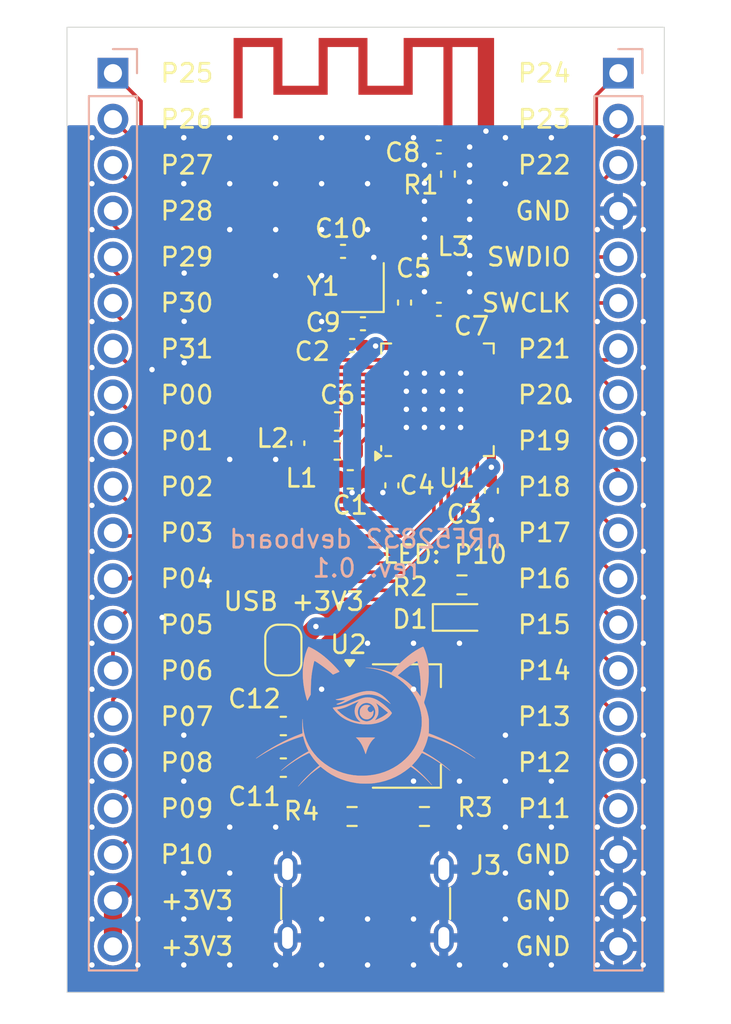
<source format=kicad_pcb>
(kicad_pcb (version 20240108) (generator "pcbnew") (generator_version "8.0")
  (title_block (title "nRF52832 development board") (date "2024-10-04") (rev "0.1") (company "Yuri Volkov"))
  (layers (0 "F.Cu" signal) (31 "B.Cu" signal) (34 "B.Paste" user) (35 "F.Paste" user) (36 "B.SilkS" user "B.Silkscreen") (37 "F.SilkS" user "F.Silkscreen") (38 "B.Mask" user) (39 "F.Mask" user) (44 "Edge.Cuts" user))
  (net 0 "")
  (net 1 "GND")
  (net 2 "/ANT")
  (net 3 "+3V3")
  (net 4 "Net-(U1-DEC1)")
  (net 5 "Net-(U1-DEC3)")
  (net 6 "Net-(U1-DEC4)")
  (net 7 "Net-(U1-ANT)")
  (net 8 "Net-(U1-XC2)")
  (net 9 "Net-(U1-XC1)")
  (net 10 "Net-(U2-VI)")
  (net 11 "Net-(D1-A)")
  (net 12 "/SWDIO")
  (net 13 "/SWCLK")
  (net 14 "Net-(J3-CC2)")
  (net 15 "Net-(J3-CC1)")
  (net 16 "Net-(JP1-A)")
  (net 17 "Net-(U1-DCC)")
  (net 18 "Net-(L1-Pad2)")
  (net 21 "/P16")
  (net 22 "/P20")
  (net 23 "/P18")
  (net 24 "/P14")
  (net 25 "/P21")
  (net 26 "/P17")
  (net 27 "/P19")
  (net 28 "/P22")
  (net 29 "/P23")
  (net 30 "/P15")
  (net 31 "/P24")
  (net 32 "/LED")
  (net 33 "/P31")
  (net 34 "/P03")
  (net 35 "/P26")
  (net 36 "/P05")
  (net 37 "/P30")
  (net 38 "/P02")
  (net 39 "/P04")
  (net 40 "/P29")
  (net 41 "/P07")
  (net 42 "/P00")
  (net 43 "/P12")
  (net 44 "/P11")
  (net 45 "/P28")
  (net 46 "/P06")
  (net 47 "/P08")
  (net 48 "/P09")
  (net 49 "/P01")
  (net 50 "/P27")
  (net 51 "/P25")
  (net 52 "/P13")
  (net 53 "Net-(AE1-A-Pad1)")
  (footprint "Connector_USB:USB_C_Receptacle_GCT_USB4125-xx-x_6P_TopMnt_Horizontal" (layer "F.Cu") (at 158.75 105.41)
    (property "Reference" "J3")
    (property "Value" "USB_C_Receptacle_PowerOnly_6P")
  )
  (footprint "LED_SMD:LED_0603_1608Metric_Pad1.05x0.95mm_HandSolder" (layer "F.Cu") (at 164.125 88.5)
    (property "Reference" "D1")
    (property "Value" "LED")
  )
  (footprint "Resistor_SMD:R_0603_1608Metric_Pad0.98x0.95mm_HandSolder" (layer "F.Cu") (at 162 99.5)
    (property "Reference" "R3")
    (property "Value" "5.1k")
  )
  (footprint "Capacitor_SMD:C_0402_1005Metric" (layer "F.Cu") (at 162.8 71.47 180)
    (property "Reference" "C7")
    (property "Value" "0.8p NP0 5%" (hide yes))
  )
  (footprint "Crystal:Crystal_SMD_2016-4Pin_2.0x1.6mm" (layer "F.Cu") (at 158.6 70.27 90)
    (property "Reference" "Y1")
    (property "Value" "32MHz 8pF 40ppm")
  )
  (footprint "Capacitor_SMD:C_0603_1608Metric_Pad1.08x0.95mm_HandSolder" (layer "F.Cu") (at 157.9 80.87 180)
    (property "Reference" "C1")
    (property "Value" "4.7u")
  )
  (footprint "Capacitor_SMD:C_0603_1608Metric_Pad1.08x0.95mm_HandSolder" (layer "F.Cu") (at 157.2 77.67 180)
    (property "Reference" "C6")
    (property "Value" "1.0u")
  )
  (footprint "Capacitor_SMD:C_0402_1005Metric_Pad0.74x0.62mm_HandSolder" (layer "F.Cu") (at 160.9 71.1 90)
    (property "Reference" "C5")
    (property "Value" "100p NP0 5%")
  )
  (footprint "Capacitor_SMD:C_0402_1005Metric_Pad0.74x0.62mm_HandSolder" (layer "F.Cu") (at 160.2 81.2 -90)
    (property "Reference" "C4")
    (property "Value" "0.1u")
  )
  (footprint "RF_Antenna:Texas_SWRA117D_2.4GHz_Left" (layer "F.Cu") (at 163.3 61.625)
    (property "Reference" "AE1" (hide yes))
    (property "Value" "SWRA117D_2.4GHz")
  )
  (footprint "Inductor_SMD:L_0603_1608Metric_Pad1.05x0.95mm_HandSolder" (layer "F.Cu") (at 157.2 79.27 180)
    (property "Reference" "L1")
    (property "Value" "10uH 50mA")
  )
  (footprint "Capacitor_SMD:C_0402_1005Metric" (layer "F.Cu") (at 162.8 62.5 180)
    (property "Reference" "C8")
    (property "Value" "NA")
  )
  (footprint "Capacitor_SMD:C_0402_1005Metric_Pad0.74x0.62mm_HandSolder" (layer "F.Cu") (at 158 73.47 180)
    (property "Reference" "C2")
    (property "Value" "0.1u")
  )
  (footprint "Resistor_SMD:R_0402_1005Metric" (layer "F.Cu") (at 163.3 64 90)
    (property "Reference" "R1")
    (property "Value" "0" (hide yes))
  )
  (footprint "Capacitor_SMD:C_0402_1005Metric_Pad0.74x0.62mm_HandSolder" (layer "F.Cu") (at 165.7 81.5 -90)
    (property "Reference" "C3")
    (property "Value" "0.1u")
  )
  (footprint "Package_DFN_QFN:QFN-48-1EP_6x6mm_P0.4mm_EP4.6x4.6mm" (layer "F.Cu") (at 162.72 76.47 90)
    (property "Reference" "U1")
    (property "Value" "nRF52832-QFAA")
  )
  (footprint "Capacitor_SMD:C_0603_1608Metric_Pad1.08x0.95mm_HandSolder" (layer "F.Cu") (at 154.2 96.8 180)
    (property "Reference" "C11")
    (property "Value" "10u")
  )
  (footprint "Jumper:SolderJumper-2_P1.3mm_Open_RoundedPad1.0x1.5mm" (layer "F.Cu") (at 154.2 90.3 90)
    (property "Reference" "JP1" (hide yes))
    (property "Value" "SolderJumper_2_Open")
  )
  (footprint "Inductor_SMD:L_0402_1005Metric" (layer "F.Cu") (at 163.3 69.87 90)
    (property "Reference" "L3")
    (property "Value" "3.9nH RF 5%" (hide yes))
  )
  (footprint "Resistor_SMD:R_0603_1608Metric_Pad0.98x0.95mm_HandSolder" (layer "F.Cu") (at 164.075 86.7)
    (property "Reference" "R2")
    (property "Value" "10k")
  )
  (footprint "Inductor_SMD:L_0402_1005Metric_Pad0.77x0.64mm_HandSolder" (layer "F.Cu") (at 155 78.87 90)
    (property "Reference" "L2")
    (property "Value" "15nH RF 10%")
  )
  (footprint "Capacitor_SMD:C_0402_1005Metric_Pad0.74x0.62mm_HandSolder" (layer "F.Cu") (at 158.6 72.27 180)
    (property "Reference" "C9")
    (property "Value" "12p")
  )
  (footprint "Resistor_SMD:R_0603_1608Metric_Pad0.98x0.95mm_HandSolder" (layer "F.Cu") (at 158 99.5)
    (property "Reference" "R4")
    (property "Value" "5.1k")
  )
  (footprint "Package_TO_SOT_SMD:SOT-223-3_TabPin2" (layer "F.Cu") (at 161 94.5)
    (property "Reference" "U2")
    (property "Value" "AMS1117-3.3")
  )
  (footprint "Capacitor_SMD:C_0603_1608Metric_Pad1.08x0.95mm_HandSolder" (layer "F.Cu") (at 154.2 94.5 180)
    (property "Reference" "C12")
    (property "Value" "10u")
  )
  (footprint "Capacitor_SMD:C_0402_1005Metric_Pad0.74x0.62mm_HandSolder" (layer "F.Cu") (at 157.5 68.27 180)
    (property "Reference" "C10")
    (property "Value" "12p 2%")
  )
  (footprint "project:stamp" (layer "B.Cu") (at 158.75 93.98 180)
    (property "Reference" "G1" (hide yes))
    (property "Value" "stamp" (hide yes))
  )
  (footprint "Connector_PinHeader_2.54mm:PinHeader_1x20_P2.54mm_Vertical" (layer "B.Cu") (at 172.72 58.42 180)
    (property "Reference" "J2" (hide yes))
    (property "Value" "Conn_01x20_Pin")
  )
  (footprint "Connector_PinHeader_2.54mm:PinHeader_1x20_P2.54mm_Vertical" (layer "B.Cu") (at 144.78 58.42 180)
    (property "Reference" "J1" (hide yes))
    (property "Value" "Conn_01x20_Pin")
  )
  (gr_rect (start 142.24 55.88) (end 175.26 109.22) (stroke (width 0.05)) (fill none) (layer "Edge.Cuts"))
  (gr_text "nRF52832 devboard\nrev. 0.1" (at 158.75 86.36 0) (layer "B.SilkS") (effects (font (size 1 1)) (justify bottom mirror)))
  (gr_text "P02" (at 147.32 81.28 0) (layer "F.SilkS") (effects (font (size 1 1)) (justify left)))
  (gr_text "P10" (at 147.32 101.6 0) (layer "F.SilkS") (effects (font (size 1 1)) (justify left)))
  (gr_text "P07" (at 147.32 93.98 0) (layer "F.SilkS") (effects (font (size 1 1)) (justify left)))
  (gr_text "P08" (at 147.32 96.52 0) (layer "F.SilkS") (effects (font (size 1 1)) (justify left)))
  (gr_text "+3V3" (at 147.32 106.68 0) (layer "F.SilkS") (effects (font (size 1 1)) (justify left)))
  (gr_text "P09" (at 147.32 99.06 0) (layer "F.SilkS") (effects (font (size 1 1)) (justify left)))
  (gr_text "P30" (at 147.32 71.12 0) (layer "F.SilkS") (effects (font (size 1 1)) (justify left)))
  (gr_text "P29" (at 147.32 68.582085 0) (layer "F.SilkS") (effects (font (size 1 1)) (justify left)))
  (gr_text "USB +3V3" (at 150.8 88.2 0) (layer "F.SilkS") (effects (font (size 1 1)) (justify left bottom)))
  (gr_text "LED: P10" (at 159.6 85.6 0) (layer "F.SilkS") (effects (font (size 1 1)) (justify left bottom)))
  (gr_text "P23" (at 170.18 60.96 0) (layer "F.SilkS") (effects (font (size 1 1)) (justify right)))
  (gr_text "P20" (at 170.18 76.2 0) (layer "F.SilkS") (effects (font (size 1 1)) (justify right)))
  (gr_text "P12" (at 170.18 96.52 0) (layer "F.SilkS") (effects (font (size 1 1)) (justify right)))
  (gr_text "P16" (at 170.18 86.36 0) (layer "F.SilkS") (effects (font (size 1 1)) (justify right)))
  (gr_text "P21" (at 170.18 73.66 0) (layer "F.SilkS") (effects (font (size 1 1)) (justify right)))
  (gr_text "P25" (at 147.32 58.42 0) (layer "F.SilkS") (effects (font (size 1 1)) (justify left)))
  (gr_text "+3V3" (at 147.32 104.14 0) (layer "F.SilkS") (effects (font (size 1 1)) (justify left)))
  (gr_text "P04" (at 147.32 86.36 0) (layer "F.SilkS") (effects (font (size 1 1)) (justify left)))
  (gr_text "P22" (at 170.18 63.5 0) (layer "F.SilkS") (effects (font (size 1 1)) (justify right)))
  (gr_text "P01" (at 147.32 78.74 0) (layer "F.SilkS") (effects (font (size 1 1)) (justify left)))
  (gr_text "GND" (at 170.18 66.04 0) (layer "F.SilkS") (effects (font (size 1 1)) (justify right)))
  (gr_text "P13" (at 170.18 93.98 0) (layer "F.SilkS") (effects (font (size 1 1)) (justify right)))
  (gr_text "P03" (at 147.32 83.82 0) (layer "F.SilkS") (effects (font (size 1 1)) (justify left)))
  (gr_text "P00" (at 147.32 76.2 0) (layer "F.SilkS") (effects (font (size 1 1)) (justify left)))
  (gr_text "GND" (at 170.18 101.6 0) (layer "F.SilkS") (effects (font (size 1 1)) (justify right)))
  (gr_text "GND" (at 170.18 104.14 0) (layer "F.SilkS") (effects (font (size 1 1)) (justify right)))
  (gr_text "P24" (at 170.18 58.42 0) (layer "F.SilkS") (effects (font (size 1 1)) (justify right)))
  (gr_text "P15" (at 170.18 88.9 0) (layer "F.SilkS") (effects (font (size 1 1)) (justify right)))
  (gr_text "SWCLK" (at 170.18 71.12 0) (layer "F.SilkS") (effects (font (size 1 1)) (justify right)))
  (gr_text "P31" (at 147.32 73.66 0) (layer "F.SilkS") (effects (font (size 1 1)) (justify left)))
  (gr_text "P17" (at 170.18 83.82 0) (layer "F.SilkS") (effects (font (size 1 1)) (justify right)))
  (gr_text "P05" (at 147.32 88.9 0) (layer "F.SilkS") (effects (font (size 1 1)) (justify left)))
  (gr_text "P27" (at 147.32 63.5 0) (layer "F.SilkS") (effects (font (size 1 1)) (justify left)))
  (gr_text "P28" (at 147.32 66.04 0) (layer "F.SilkS") (effects (font (size 1 1)) (justify left)))
  (gr_text "P11" (at 170.18 99.06 0) (layer "F.SilkS") (effects (font (size 1 1)) (justify right)))
  (gr_text "P26" (at 147.32 60.96 0) (layer "F.SilkS") (effects (font (size 1 1)) (justify left)))
  (gr_text "GND" (at 170.18 106.68 0) (layer "F.SilkS") (effects (font (size 1 1)) (justify right)))
  (gr_text "P06" (at 147.32 91.44 0) (layer "F.SilkS") (effects (font (size 1 1)) (justify left)))
  (gr_text "P19" (at 170.18 78.74 0) (layer "F.SilkS") (effects (font (size 1 1)) (justify right)))
  (gr_text "P14" (at 170.18 91.44 0) (layer "F.SilkS") (effects (font (size 1 1)) (justify right)))
  (gr_text "P18" (at 170.18 81.28 0) (layer "F.SilkS") (effects (font (size 1 1)) (justify right)))
  (gr_text "SWDIO" (at 170.18 68.58 0) (layer "F.SilkS") (effects (font (size 1 1)) (justify right)))
  (segment (start 162.52 73.52) (end 162.52 71.67) (width 0.2) (layer "F.Cu") (net 1))
  (segment (start 160.2 81.7675) (end 160.2 81.8) (width 0.5) (layer "F.Cu") (net 1))
  (segment (start 157.492702 70.97) (end 156.315952 72.14675) (width 0.5) (layer "F.Cu") (net 1))
  (segment (start 159.77 77.47) (end 161.53 77.47) (width 0.2) (layer "F.Cu") (net 1))
  (segment (start 162.52 71.67) (end 162.32 71.47) (width 0.2) (layer "F.Cu") (net 1))
  (segment (start 165.7 83.1) (end 165.7 82.0675) (width 0.5) (layer "F.Cu") (net 1))
  (segment (start 159.7 81.6) (end 160.0325 81.6) (width 0.5) (layer "F.Cu") (net 1))
  (segment (start 161.53 77.47) (end 162 77) (width 0.2) (layer "F.Cu") (net 1))
  (segment (start 160.0325 81.6) (end 160.2 81.7675) (width 0.5) (layer "F.Cu") (net 1))
  (segment (start 159.2 69.52) (end 159.15 69.57) (width 0.5) (layer "F.Cu") (net 1))
  (segment (start 158.05 70.97) (end 157.492702 70.97) (width 0.5) (layer "F.Cu") (net 1))
  (segment (start 159.2 68.6) (end 159.2 69.52) (width 0.5) (layer "F.Cu") (net 1))
  (via (at 143.615952 67.06675) (size 0.6) (drill 0.3) (layers "F.Cu" "B.Cu") (net 1))
  (via (at 148.717 74.422) (size 0.6) (drill 0.3) (layers "F.Cu" "B.Cu") (net 1))
  (via (at 174.095952 100.08675) (size 0.6) (drill 0.3) (layers "F.Cu" "B.Cu") (net 1))
  (via (at 171.555952 69.60675) (size 0.6) (drill 0.3) (layers "F.Cu" "B.Cu") (net 1))
  (via (at 163.935952 89.92675) (size 0.6) (drill 0.3) (layers "F.Cu" "B.Cu") (net 1))
  (via (at 164.5 62.5) (size 0.6) (drill 0.3) (layers "F.Cu" "B.Cu") (net 1))
  (via (at 169.015952 100.08675) (size 0.6) (drill 0.3) (layers "F.Cu" "B.Cu") (net 1))
  (via (at 158.855952 64.52675) (size 0.6) (drill 0.3) (layers "F.Cu" "B.Cu") (net 1))
  (via (at 143.615952 69.60675) (size 0.6) (drill 0.3) (layers "F.Cu" "B.Cu") (net 1))
  (via (at 153.775952 107.70675) (size 0.6) (drill 0.3) (layers "F.Cu" "B.Cu") (net 1))
  (via (at 174.095952 67.06675) (size 0.6) (drill 0.3) (layers "F.Cu" "B.Cu") (net 1))
  (via (at 161 76) (size 0.6) (drill 0.3) (layers "F.Cu" "B.Cu") (net 1))
  (via (at 153.775952 79.76675) (size 0.6) (drill 0.3) (layers "F.Cu" "B.Cu") (net 1))
  (via (at 169.015952 105.16675) (size 0.6) (drill 0.3) (layers "F.Cu" "B.Cu") (net 1))
  (via (at 163 76) (size 0.6) (drill 0.3) (layers "F.Cu" "B.Cu") (net 1))
  (via (at 158.855952 105.16675) (size 0.6) (drill 0.3) (layers "F.Cu" "B.Cu") (net 1))
  (via (at 143.615952 64.52675) (size 0.6) (drill 0.3) (layers "F.Cu" "B.Cu") (net 1))
  (via (at 162 64.5) (size 0.6) (drill 0.3) (layers "F.Cu" "B.Cu") (net 1))
  (via (at 143.615952 89.92675) (size 0.6) (drill 0.3) (layers "F.Cu" "B.Cu") (net 1))
  (via (at 148.695952 97.54675) (size 0.6) (drill 0.3) (layers "F.Cu" "B.Cu") (net 1))
  (via (at 174.095952 84.84675) (size 0.6) (drill 0.3) (layers "F.Cu" "B.Cu") (net 1))
  (via (at 165.7 83.1) (size 0.6) (drill 0.3) (layers "F.Cu" "B.Cu") (net 1))
  (via (at 162 69.5) (size 0.6) (drill 0.3) (layers "F.Cu" "B.Cu") (net 1))
  (via (at 146.155952 107.70675) (size 0.6) (drill 0.3) (layers "F.Cu" "B.Cu") (net 1))
  (via (at 162 63.5) (size 0.6) (drill 0.3) (layers "F.Cu" "B.Cu") (net 1))
  (via (at 169.015952 61.98675) (size 0.6) (drill 0.3) (layers "F.Cu" "B.Cu") (net 1))
  (via (at 161 77) (size 0.6) (drill 0.3) (layers "F.Cu" "B.Cu") (net 1))
  (via (at 162 75) (size 0.6) (drill 0.3) (layers "F.Cu" "B.Cu") (net 1))
  (via (at 162 66.5) (size 0.6) (drill 0.3) (layers "F.Cu" "B.Cu") (net 1))
  (via (at 151.235952 61.98675) (size 0.6) (drill 0.3) (layers "F.Cu" "B.Cu") (net 1))
  (via (at 158.855952 89.92675) (size 0.6) (drill 0.3) (layers "F.Cu" "B.Cu") (net 1))
  (via (at 164 77) (size 0.6) (drill 0.3) (layers "F.Cu" "B.Cu") (net 1))
  (via (at 159.7 81.6) (size 0.6) (drill 0.3) (layers "F.Cu" "B.Cu") (net 1))
  (via (at 158.855952 67.06675) (size 0.6) (drill 0.3) (layers "F.Cu" "B.Cu") (net 1))
  (via (at 174.095952 77.22675) (size 0.6) (drill 0.3) (layers "F.Cu" "B.Cu") (net 1))
  (via (at 166.475952 102.62675) (size 0.6) (drill 0.3) (layers "F.Cu" "B.Cu") (net 1))
  (via (at 143.615952 74.68675) (size 0.6) (drill 0.3) (layers "F.Cu" "B.Cu") (net 1))
  (via (at 156.315952 69.60675) (size 0.6) (drill 0.3) (layers "F.Cu" "B.Cu") (net 1))
  (via (at 174.095952 72.14675) (size 0.6) (drill 0.3) (layers "F.Cu" "B.Cu") (net 1))
  (via (at 151.235952 102.62675) (size 0.6) (drill 0.3) (layers "F.Cu" "B.Cu") (net 1))
  (via (at 162 68.5) (size 0.6) (drill 0.3) (layers "F.Cu" "B.Cu") (net 1))
  (via (at 151.235952 100.08675) (size 0.6) (drill 0.3) (layers "F.Cu" "B.Cu") (net 1))
  (via (at 148.717 69.469) (size 0.6) (drill 0.3) (layers "F.Cu" "B.Cu") (net 1))
  (via (at 164.5 70.5) (size 0.6) (drill 0.3) (layers "F.Cu" "B.Cu") (net 1))
  (via (at 166.475952 105.16675) (size 0.6) (drill 0.3) (layers "F.Cu" "B.Cu") (net 1))
  (via (at 174.095952 89.92675) (size 0.6) (drill 0.3) (layers "F.Cu" "B.Cu") (net 1))
  (via (at 164 75) (size 0.6) (drill 0.3) (layers "F.Cu" "B.Cu") (net 1))
  (via (at 164 76) (size 0.6) (drill 0.3) (layers "F.Cu" "B.Cu") (net 1))
  (via (at 156.315952 61.98675) (size 0.6) (drill 0.3) (layers "F.Cu" "B.Cu") (net 1))
  (via (at 163.935952 100.08675) (size 0.6) (drill 0.3) (layers "F.Cu" "B.Cu") (net 1))
  (via (at 153.775952 64.52675) (size 0.6) (drill 0.3) (layers "F.Cu" "B.Cu") (net 1))
  (via (at 164.490471 64.434433) (size 0.6) (drill 0.3) (layers "F.Cu" "B.Cu") (net 1))
  (via (at 162 77) (size 0.6) (drill 0.3) (layers "F.Cu" "B.Cu") (net 1))
  (via (at 170 76.5) (size 0.6) (drill 0.3) (layers "F.Cu" "B.Cu") (net 1))
  (via (at 156.315952 64.52675) (size 0.6) (drill 0.3) (layers "F.Cu" "B.Cu") (net 1))
  (via (at 164 78) (size 0.6) (drill 0.3) (layers "F.Cu" "B.Cu") (net 1))
  (via (at 161 78) (size 0.6) (drill 0.3) (layers "F.Cu" "B.Cu") (net 1))
  (via (at 164.5 66.5) (size 0.6) (drill 0.3) (layers "F.Cu" "B.Cu") (net 1))
  (via (at 148.695952 107.70675) (size 0.6) (drill 0.3) (layers "F.Cu" "B.Cu") (net 1))
  (via (at 143.615952 100.08675) (size 0.6) (drill 0.3) (layers "F.Cu" "B.Cu") (net 1))
  (via (at 143.615952 87.38675) (size 0.6) (drill 0.3) (layers "F.Cu" "B.Cu") (net 1))
  (via (at 169.015952 97.54675) (size 0.6) (drill 0.3) (layers "F.Cu" "B.Cu") (net 1))
  (via (at 174.095952 82.30675) (size 0.6) (drill 0.3) (layers "F.Cu" "B.Cu") (net 1))
  (via (at 150 86.5) (size 0.6) (drill 0.3) (layers "F.Cu" "B.Cu") (net 1))
  (via (at 148.695952 102.62675) (size 0.6) (drill 0.3) (layers "F.Cu" "B.Cu") (net 1))
  (via (at 174.095952 87.38675) (size 0.6) (drill 0.3) (layers "F.Cu" "B.Cu") (net 1))
  (via (at 174.095952 97.54675) (size 0.6) (drill 0.3) (layers "F.Cu" "B.Cu") (net 1))
  (via (at 164.5 68.5) (size 0.6) (drill 0.3) (layers "F.Cu" "B.Cu") (net 1))
  (via (at 151.235952 107.70675) (size 0.6) (drill 0.3) (layers "F.Cu" "B.Cu") (net 1))
  (via (at 171.555952 67.06675) (size 0.6) (drill 0.3) (layers "F.Cu" "B.Cu") (net 1))
  (via (at 174.095952 105.16675) (size 0.6) (drill 0.3) (layers "F.Cu" "B.Cu") (net 1))
  (via (at 163.935952 97.54675) (size 0.6) (drill 0.3) (layers "F.Cu" "B.Cu") (net 1))
  (via (at 174.095952 107.70675) (size 0.6) (drill 0.3) (layers "F.Cu" "B.Cu") (net 1))
  (via (at 163 78) (size 0.6) (drill 0.3) (layers "F.Cu" "B.Cu") (net 1))
  (via (at 162 78) (size 0.6) (drill 0.3) (layers "F.Cu" "B.Cu") (net 1))
  (via (at 156.315952 107.70675) (size 0.6) (drill 0.3) (layers "F.Cu" "B.Cu") (net 1))
  (via (at 151.235952 79.76675) (size 0.6) (drill 0.3) (layers "F.Cu" "B.Cu") (net 1))
  (via (at 161.395952 92.46675) (size 0.6) (drill 0.3) (layers "F.Cu" "B.Cu") (net 1))
  (via (at 163 75) (size 0.6) (drill 0.3) (layers "F.Cu" "B.Cu") (net 1))
  (via (at 174.095952 102.62675) (size 0.6) (drill 0.3) (layers "F.Cu" "B.Cu") (net 1))
  (via (at 161.395952 61.98675) (size 0.6) (drill 0.3) (layers "F.Cu" "B.Cu") (net 1))
  (via (at 174.095952 69.60675) (size 0.6) (drill 0.3) (layers "F.Cu" "B.Cu") (net 1))
  (via (at 143.615952 61.98675) (size 0.6) (drill 0.3) (layers "F.Cu" "B.Cu") (net 1))
  (via (at 171.555952 105.16675) (size 0.6) (drill 0.3) (layers "F.Cu" "B.Cu") (net 1))
  (via (at 174.095952 79.76675) (size 0.6) (drill 0.3) (layers "F.Cu" "B.Cu") (net 1))
  (via (at 156.315952 72.14675) (size 0.6) (drill 0.3) (layers "F.Cu" "B.Cu") (net 1))
  (via (at 143.615952 95.00675) (size 0.6) (drill 0.3) (layers "F.Cu" "B.Cu") (net 1))
  (via (at 148.717 72.136) (size 0.6) (drill 0.3) (layers "F.Cu" "B.Cu") (net 1))
  (via (at 166.475952 97.54675) (size 0.6) (drill 0.3) (layers "F.Cu" "B.Cu") (net 1))
  (via (at 143.615952 72.14675) (size 0.6) (drill 0.3) (layers "F.Cu" "B.Cu") (net 1))
  (via (at 166.475952 95.00675) (size 0.6) (drill 0.3) (layers "F.Cu" "B.Cu") (net 1))
  (via (at 161.395952 105.16675) (size 0.6) (drill 0.3) (layers "F.Cu" "B.Cu") (net 1))
  (via (at 166.475952 64.52675) (size 0.6) (drill 0.3) (layers "F.Cu" "B.Cu") (net 1))
  (via (at 164.5 69.5) (size 0.6) (drill 0.3) (layers "F.Cu" "B.Cu") (net 1))
  (via (at 174.095952 61.98675) (size 0.6) (drill 0.3) (layers "F.Cu" "B.Cu") (net 1))
  (via (at 151.235952 64.52675) (size 0.6) (drill 0.3) (layers "F.Cu" "B.Cu") (net 1))
  (via (at 148.695952 64.52675) (size 0.6) (drill 0.3) (layers "F.Cu" "B.Cu") (net 1))
  (via (at 171.555952 102.62675) (size 0.6) (drill 0.3) (layers "F.Cu" "B.Cu") (net 1))
  (via (at 159.2 68.6) (size 0.6) (drill 0.3) (layers "F.Cu" "B.Cu") (net 1))
  (via (at 147.5 88.5) (size 0.6) (drill 0.3) (layers "F.Cu" "B.Cu") (net 1))
  (via (at 161 75) (size 0.6) (drill 0.3) (layers "F.Cu" "B.Cu") (net 1))
  (via (at 143.615952 97.54675) (size 0.6) (drill 0.3) (layers "F.Cu" "B.Cu") (net 1))
  (via (at 169.015952 107.70675) (size 0.6) (drill 0.3) (layers "F.Cu" "B.Cu") (net 1))
  (via (at 148.695952 105.16675) (size 0.6) (drill 0.3) (layers "F.Cu" "B.Cu") (net 1))
  (via (at 174.095952 64.52675) (size 0.6) (drill 0.3) (layers "F.Cu" "B.Cu") (net 1))
  (via (at 174.095952 74.68675) (size 0.6) (drill 0.3) (layers "F.Cu" "B.Cu") (net 1))
  (via (at 146.939 74.803) (size 0.6) (drill 0.3) (layers "F.Cu" "B.Cu") (net 1))
  (via (at 162 67.5) (size 0.6) (drill 0.3) (layers "F.Cu" "B.Cu") (net 1))
  (via (at 163 77) (size 0.6) (drill 0.3) (layers "F.Cu" "B.Cu") (net 1))
  (via (at 161.395952 107.70675) (size 0.6) (drill 0.3) (layers "F.Cu" "B.Cu") (net 1))
  (via (at 156.315952 67.06675) (size 0.6) (drill 0.3) (layers "F.Cu" "B.Cu") (net 1))
  (via (at 171.555952 72.14675) (size 0.6) (drill 0.3) (layers "F.Cu" "B.Cu") (net 1))
  (via (at 143.615952 82.30675) (size 0.6) (drill 0.3) (layers "F.Cu" "B.Cu") (net 1))
  (via (at 143.615952 92.46675) (size 0.6) (drill 0.3) (layers "F.Cu" "B.Cu") (net 1))
  (via (at 166.475952 61.98675) (size 0.6) (drill 0.3) (layers "F.Cu" "B.Cu") (net 1))
  (via (at 153.775952 67.06675) (size 0.6) (drill 0.3) (layers "F.Cu" "B.Cu") (net 1))
  (via (at 148.695952 95.00675) (size 0.6) (drill 0.3) (layers "F.Cu" "B.Cu") (net 1))
  (via (at 162 76) (size 0.6) (drill 0.3) (layers "F.Cu" "B.Cu") (net 1))
  (via (at 164.5 63.5) (size 0.6) (drill 0.3) (layers "F.Cu" "B.Cu") (net 1))
  (via (at 171.555952 100.08675) (size 0.6) (drill 0.3) (layers "F.Cu" "B.Cu") (net 1))
  (via (at 153.775952 69.60675) (size 0.6) (drill 0.3) (layers "F.Cu" "B.Cu") (net 1))
  (via (at 148.695952 61.98675) (size 0.6) (drill 0.3) (layers "F.Cu" "B.Cu") (net 1))
  (via (at 158.855952 107.70675) (size 0.6) (drill 0.3) (layers "F.Cu" "B.Cu") (net 1))
  (via (at 153.775952 100.08675) (size 0.6) (drill 0.3) (layers "F.Cu" "B.Cu") (net 1))
  (via (at 143.615952 107.70675) (size 0.6) (drill 0.3) (layers "F.Cu" "B.Cu") (net 1))
  (via (at 162 70.5) (size 0.6) (drill 0.3) (layers "F.Cu" "B.Cu") (net 1))
  (via (at 143.615952 77.22675) (size 0.6) (drill 0.3) (layers "F.Cu" "B.Cu") (net 1))
  (via (at 161.395952 97.54675) (size 0.6) (drill 0.3) (layers "F.Cu" "B.Cu") (net 1))
  (via (at 156.315952 92.46675) (size 0.6) (drill 0.3) (layers "F.Cu" "B.Cu") (net 1))
  (via (at 158.855952 61.98675) (size 0.6) (drill 0.3) (layers "F.Cu" "B.Cu") (net 1))
  (via (at 156.315952 105.16675) (size 0.6) (drill 0.3) (layers "F.Cu" "B.Cu") (net 1))
  (via (at 162 65.5) (size 0.6) (drill 0.3) (layers "F.Cu" "B.Cu") (net 1))
  (via (at 143.615952 84.84675) (size 0.6) (drill 0.3) (layers "F.Cu" "B.Cu") (net 1))
  (via (at 163.935952 107.70675) (size 0.6) (drill 0.3) (layers "F.Cu" "B.Cu") (net 1))
  (via (at 174.095952 95.00675) (size 0.6) (drill 0.3) (layers "F.Cu" "B.Cu") (net 1))
  (via (at 174.095952 92.46675) (size 0.6) (drill 0.3) (layers "F.Cu" "B.Cu") (net 1))
  (via (at 151.235952 105.16675) (size 0.6) (drill 0.3) (layers "F.Cu" "B.Cu") (net 1))
  (via (at 164.5 65.5) (size 0.6) (drill 0.3) (layers "F.Cu" "B.Cu") (net 1))
  (via (at 151.235952 67.06675) (size 0.6) (drill 0.3) (layers "F.Cu" "B.Cu") (net 1))
  (via (at 161.395952 89.92675) (size 0.6) (drill 0.3) (layers "F.Cu" "B.Cu") (net 1))
  (via (at 143.615952 79.76675) (size 0.6) (drill 0.3) (layers "F.Cu" "B.Cu") (net 1))
  (via (at 153.775952 61.98675) (size 0.6) (drill 0.3) (layers "F.Cu" "B.Cu") (net 1))
  (via (at 166.475952 100.08675) (size 0.6) (drill 0.3) (layers "F.Cu" "B.Cu") (net 1))
  (via (at 143.615952 102.62675) (size 0.6) (drill 0.3) (layers "F.Cu" "B.Cu") (net 1))
  (via (at 146.155952 105.16675) (size 0.6) (drill 0.3) (layers "F.Cu" "B.Cu") (net 1))
  (via (at 164.5 67.5) (size 0.6) (drill 0.3) (layers "F.Cu" "B.Cu") (net 1))
  (via (at 171.555952 107.70675) (size 0.6) (drill 0.3) (layers "F.Cu" "B.Cu") (net 1))
  (via (at 169.015952 102.62675) (size 0.6) (drill 0.3) (layers "F.Cu" "B.Cu") (net 1))
  (via (at 166.475952 107.70675) (size 0.6) (drill 0.3) (layers "F.Cu" "B.Cu") (net 1))
  (via (at 143.615952 105.16675) (size 0.6) (drill 0.3) (layers "F.Cu" "B.Cu") (net 1))
  (segment (start 163.3 64.51) (end 163.3 69.36) (width 1) (layer "F.Cu") (net 2))
  (segment (start 158.73 80.87) (end 158 81.6) (width 0.5) (layer "F.Cu") (net 3))
  (segment (start 159.27 73.47) (end 159.3 73.5) (width 0.5) (layer "F.Cu") (net 3))
  (segment (start 153.252977 89.65) (end 150.3 92.602977) (width 1) (layer "F.Cu") (net 3))
  (segment (start 155.35 89.65) (end 156 89) (width 1) (layer "F.Cu") (net 3))
  (segment (start 159.33 73.47) (end 160.32 73.47) (width 0.5) (layer "F.Cu") (net 3))
  (segment (start 158.5675 73.47) (end 159.27 73.47) (width 0.5) (layer "F.Cu") (net 3))
  (segment (start 165.7 80.9325) (end 165.7 80.2) (width 0.5) (layer "F.Cu") (net 3))
  (segment (start 158.7625 80.87) (end 158.7625 80.395) (width 0.5) (layer "F.Cu") (net 3))
  (segment (start 154.2 89.65) (end 155.35 89.65) (width 1) (layer "F.Cu") (net 3))
  (segment (start 158.7625 80.87) (end 158.73 80.87) (width 0.5) (layer "F.Cu") (net 3))
  (segment (start 159.77 79.3875) (end 159.77 78.82) (width 0.5) (layer "F.Cu") (net 3))
  (segment (start 160.32 73.47) (end 160.37 73.52) (width 0.5) (layer "F.Cu") (net 3))
  (segment (start 159.3 73.5) (end 159.33 73.47) (width 0.5) (layer "F.Cu") (net 3))
  (segment (start 150.3 98.62) (end 144.78 104.14) (width 1) (layer "F.Cu") (net 3))
  (segment (start 144.78 104.14) (end 144.78 106.68) (width 1) (layer "F.Cu") (net 3))
  (segment (start 158.7625 80.395) (end 159.77 79.3875) (width 0.5) (layer "F.Cu") (net 3))
  (segment (start 165.7 78.85) (end 165.67 78.82) (width 0.5) (layer "F.Cu") (net 3))
  (segment (start 150.3 92.602977) (end 150.3 98.62) (width 1) (layer "F.Cu") (net 3))
  (segment (start 165.7 80.2) (end 165.7 78.85) (width 0.5) (layer "F.Cu") (net 3))
  (segment (start 154.2 89.65) (end 153.252977 89.65) (width 1) (layer "F.Cu") (net 3))
  (via (at 159.3 73.5) (size 0.6) (drill 0.3) (layers "F.Cu" "B.Cu") (net 3))
  (via (at 156 89) (size 0.6) (drill 0.3) (layers "F.Cu" "B.Cu") (net 3))
  (via (at 165.7 80.2) (size 0.6) (drill 0.3) (layers "F.Cu" "B.Cu") (net 3))
  (via (at 158 81.6) (size 0.6) (drill 0.3) (layers "F.Cu" "B.Cu") (net 3))
  (segment (start 158 81.6) (end 158 82.214214) (width 1) (layer "B.Cu") (net 3))
  (segment (start 160.835786 85.05) (end 160.85 85.05) (width 1) (layer "B.Cu") (net 3))
  (segment (start 158 81.6) (end 158 74.8) (width 1) (layer "B.Cu") (net 3))
  (segment (start 156.9 89) (end 160.85 85.05) (width 1) (layer "B.Cu") (net 3))
  (segment (start 156 89) (end 156.9 89) (width 1) (layer "B.Cu") (net 3))
  (segment (start 158 82.214214) (end 160.835786 85.05) (width 1) (layer "B.Cu") (net 3))
  (segment (start 160.85 85.05) (end 165.7 80.2) (width 1) (layer "B.Cu") (net 3))
  (segment (start 158 74.8) (end 159.3 73.5) (width 1) (layer "B.Cu") (net 3))
  (segment (start 160.52 79.42) (end 160.52 80.3125) (width 0.2) (layer "F.Cu") (net 4))
  (segment (start 160.52 80.3125) (end 160.2 80.6325) (width 0.2) (layer "F.Cu") (net 4))
  (segment (start 161.72 73.52) (end 161.72 72.4875) (width 0.2) (layer "F.Cu") (net 5))
  (segment (start 161.72 72.4875) (end 160.9 71.6675) (width 0.2) (layer "F.Cu") (net 5))
  (segment (start 158.2625 77.87) (end 158.0625 77.67) (width 0.2) (layer "F.Cu") (net 6))
  (segment (start 155 78.2975) (end 155.1475 78.445) (width 0.2) (layer "F.Cu") (net 6))
  (segment (start 159.77 77.87) (end 158.2625 77.87) (width 0.2) (layer "F.Cu") (net 6))
  (segment (start 155.1475 78.445) (end 157.2875 78.445) (width 0.2) (layer "F.Cu") (net 6))
  (segment (start 157.2875 78.445) (end 158.0625 77.67) (width 0.2) (layer "F.Cu") (net 6))
  (segment (start 163.3 71.45) (end 163.28 71.47) (width 0.5) (layer "F.Cu") (net 7))
  (segment (start 162.92 71.83) (end 163.28 71.47) (width 0.2) (layer "F.Cu") (net 7))
  (segment (start 163.3 70.355) (end 163.3 71.45) (width 0.5) (layer "F.Cu") (net 7))
  (segment (start 162.92 73.52) (end 162.92 71.83) (width 0.2) (layer "F.Cu") (net 7))
  (segment (start 159.15 72.2525) (end 159.1675 72.27) (width 0.5) (layer "F.Cu") (net 8))
  (segment (start 160.92 73.02364) (end 160.92 73.52) (width 0.2) (layer "F.Cu") (net 8))
  (segment (start 159.7175 72.82) (end 160.71636 72.82) (width 0.2) (layer "F.Cu") (net 8))
  (segment (start 160.71636 72.82) (end 160.92 73.02364) (width 0.2) (layer "F.Cu") (net 8))
  (segment (start 159.1675 72.27) (end 159.7175 72.82) (width 0.2) (layer "F.Cu") (net 8))
  (segment (start 159.15 70.97) (end 159.15 72.2525) (width 0.5) (layer "F.Cu") (net 8))
  (segment (start 161.32 73.52) (end 161.32 72.857954) (width 0.2) (layer "F.Cu") (net 9))
  (segment (start 160.2 72.4) (end 159.85 72.05) (width 0.2) (layer "F.Cu") (net 9))
  (segment (start 159.85 68.401471) (end 159.448529 68) (width 0.2) (layer "F.Cu") (net 9))
  (segment (start 159.85 72.05) (end 159.85 68.401471) (width 0.2) (layer "F.Cu") (net 9))
  (segment (start 158.05 68.2875) (end 158.0675 68.27) (width 0.5) (layer "F.Cu") (net 9))
  (segment (start 159.448529 68) (end 158.3375 68) (width 0.2) (layer "F.Cu") (net 9))
  (segment (start 158.05 69.57) (end 158.05 68.2875) (width 0.5) (layer "F.Cu") (net 9))
  (segment (start 158.0675 69.5525) (end 158.05 69.57) (width 0.5) (layer "F.Cu") (net 9))
  (segment (start 160.862046 72.4) (end 160.2 72.4) (width 0.2) (layer "F.Cu") (net 9))
  (segment (start 158.3375 68) (end 158.0675 68.27) (width 0.2) (layer "F.Cu") (net 9))
  (segment (start 161.32 72.857954) (end 160.862046 72.4) (width 0.2) (layer "F.Cu") (net 9))
  (segment (start 155.0625 99.3625) (end 157.2 101.5) (width 1) (layer "F.Cu") (net 10))
  (segment (start 157.7525 103.5) (end 157.23 102.9775) (width 0.5) (layer "F.Cu") (net 10))
  (segment (start 155.0625 96.8) (end 155.0625 99.3625) (width 1) (layer "F.Cu") (net 10))
  (segment (start 157.85 96.8) (end 155.0625 96.8) (width 1) (layer "F.Cu") (net 10))
  (segment (start 157.23 102.9775) (end 157.23 102.3775) (width 0.5) (layer "F.Cu") (net 10))
  (segment (start 160.27 102.3775) (end 160.27 102.9775) (width 0.5) (layer "F.Cu") (net 10))
  (segment (start 157.2 101.5) (end 157.2 102.3775) (width 1) (layer "F.Cu") (net 10))
  (segment (start 160.27 102.9775) (end 159.7475 103.5) (width 0.5) (layer "F.Cu") (net 10))
  (segment (start 159.7475 103.5) (end 157.7525 103.5) (width 0.5) (layer "F.Cu") (net 10))
  (segment (start 164.9875 86.7) (end 164.9875 88.4875) (width 0.2) (layer "F.Cu") (net 11))
  (segment (start 164.9875 88.4875) (end 165 88.5) (width 0.2) (layer "F.Cu") (net 11))
  (segment (start 164.72364 72.82) (end 166.78 72.82) (width 0.2) (layer "F.Cu") (net 12))
  (segment (start 164.52 73.52) (end 164.52 73.02364) (width 0.2) (layer "F.Cu") (net 12))
  (segment (start 171.02 68.58) (end 172.72 68.58) (width 0.2) (layer "F.Cu") (net 12))
  (segment (start 166.78 72.82) (end 171.02 68.58) (width 0.2) (layer "F.Cu") (net 12))
  (segment (start 164.52 73.02364) (end 164.72364 72.82) (width 0.2) (layer "F.Cu") (net 12))
  (segment (start 168.28 73.52) (end 170.68 71.12) (width 0.2) (layer "F.Cu") (net 13))
  (segment (start 170.68 71.12) (end 172.72 71.12) (width 0.2) (layer "F.Cu") (net 13))
  (segment (start 164.92 73.52) (end 168.28 73.52) (width 0.2) (layer "F.Cu") (net 13))
  (segment (start 161.0875 99.5) (end 159.25 101.3375) (width 0.5) (layer "F.Cu") (net 14))
  (segment (start 159.25 101.3375) (end 159.25 102.3775) (width 0.5) (layer "F.Cu") (net 14))
  (segment (start 157.0875 99.5) (end 158.25 100.6625) (width 0.5) (layer "F.Cu") (net 15))
  (segment (start 158.25 100.6625) (end 158.25 102.3775) (width 0.5) (layer "F.Cu") (net 15))
  (segment (start 155.0625 91.8125) (end 155.0625 94.5) (width 1) (layer "F.Cu") (net 16))
  (segment (start 154.2 90.95) (end 155.0625 91.8125) (width 1) (layer "F.Cu") (net 16))
  (segment (start 164.15 94.5) (end 155.0625 94.5) (width 1) (layer "F.Cu") (net 16))
  (segment (start 159.075 78.27) (end 158.075 79.27) (width 0.2) (layer "F.Cu") (net 17))
  (segment (start 159.77 78.27) (end 159.075 78.27) (width 0.2) (layer "F.Cu") (net 17))
  (segment (start 155 79.4425) (end 156.1525 79.4425) (width 0.5) (layer "F.Cu") (net 18))
  (segment (start 156.1525 79.4425) (end 156.325 79.27) (width 0.5) (layer "F.Cu") (net 18))
  (segment (start 165.67 76.27) (end 167.304314 76.27) (width 0.2) (layer "F.Cu") (net 21))
  (segment (start 168.454314 82.094314) (end 172.72 86.36) (width 0.2) (layer "F.Cu") (net 21))
  (segment (start 168.454314 77.42) (end 168.454314 82.094314) (width 0.2) (layer "F.Cu") (net 21))
  (segment (start 167.304314 76.27) (end 168.454314 77.42) (width 0.2) (layer "F.Cu") (net 21))
  (segment (start 165.67 74.67) (end 171.19 74.67) (width 0.2) (layer "F.Cu") (net 22))
  (segment (start 171.19 74.67) (end 172.72 76.2) (width 0.2) (layer "F.Cu") (net 22))
  (segment (start 165.67 75.47) (end 167.77 75.47) (width 0.2) (layer "F.Cu") (net 23))
  (segment (start 167.77 75.47) (end 172.72 80.42) (width 0.2) (layer "F.Cu") (net 23))
  (segment (start 172.72 80.42) (end 172.72 81.28) (width 0.2) (layer "F.Cu") (net 23))
  (segment (start 165.67 77.07) (end 166.972942 77.07) (width 0.2) (layer "F.Cu") (net 24))
  (segment (start 166.972942 77.07) (end 167.654314 77.751372) (width 0.2) (layer "F.Cu") (net 24))
  (segment (start 167.654314 86.374314) (end 172.72 91.44) (width 0.2) (layer "F.Cu") (net 24))
  (segment (start 167.654314 77.751372) (end 167.654314 86.374314) (width 0.2) (layer "F.Cu") (net 24))
  (segment (start 165.67 74.27) (end 172.11 74.27) (width 0.2) (layer "F.Cu") (net 25))
  (segment (start 172.11 74.27) (end 172.72 73.66) (width 0.2) (layer "F.Cu") (net 25))
  (segment (start 168.9 77.3) (end 168.9 80) (width 0.2) (layer "F.Cu") (net 26))
  (segment (start 167.47 75.87) (end 168.9 77.3) (width 0.2) (layer "F.Cu") (net 26))
  (segment (start 165.67 75.87) (end 167.47 75.87) (width 0.2) (layer "F.Cu") (net 26))
  (segment (start 168.9 80) (end 172.72 83.82) (width 0.2) (layer "F.Cu") (net 26))
  (segment (start 165.67 75.07) (end 170.07 75.07) (width 0.2) (layer "F.Cu") (net 27))
  (segment (start 171 76) (end 171 77.02) (width 0.2) (layer "F.Cu") (net 27))
  (segment (start 171 77.02) (end 172.72 78.74) (width 0.2) (layer "F.Cu") (net 27))
  (segment (start 170.07 75.07) (end 171 76) (width 0.2) (layer "F.Cu") (net 27))
  (segment (start 164.354315 72.62364) (end 164.557954 72.42) (width 0.2) (layer "F.Cu") (net 28))
  (segment (start 164.12 72.857954) (end 164.354315 72.62364) (width 0.2) (layer "F.Cu") (net 28))
  (segment (start 168.7 70.2) (end 168.7 67.52) (width 0.2) (layer "F.Cu") (net 28))
  (segment (start 168.7 67.52) (end 172.72 63.5) (width 0.2) (layer "F.Cu") (net 28))
  (segment (start 164.12 73.52) (end 164.12 72.857954) (width 0.2) (layer "F.Cu") (net 28))
  (segment (start 164.557954 72.42) (end 166.48 72.42) (width 0.2) (layer "F.Cu") (net 28))
  (segment (start 166.48 72.42) (end 168.7 70.2) (width 0.2) (layer "F.Cu") (net 28))
  (segment (start 167.6 66.9) (end 172.72 61.78) (width 0.2) (layer "F.Cu") (net 29))
  (segment (start 172.72 61.78) (end 172.72 60.96) (width 0.2) (layer "F.Cu") (net 29))
  (segment (start 164.392269 72.02) (end 166.314314 72.02) (width 0.2) (layer "F.Cu") (net 29))
  (segment (start 163.954315 72.457954) (end 164.392269 72.02) (width 0.2) (layer "F.Cu") (net 29))
  (segment (start 166.314314 72.02) (end 167.6 70.734314) (width 0.2) (layer "F.Cu") (net 29))
  (segment (start 167.6 70.734314) (end 167.6 66.9) (width 0.2) (layer "F.Cu") (net 29))
  (segment (start 163.72 73.52) (end 163.72 72.692268) (width 0.2) (layer "F.Cu") (net 29))
  (segment (start 163.72 72.692268) (end 163.954315 72.457954) (width 0.2) (layer "F.Cu") (net 29))
  (segment (start 167.138628 76.67) (end 168.054314 77.585686) (width 0.2) (layer "F.Cu") (net 30))
  (segment (start 168.054314 77.585686) (end 168.054314 84.234314) (width 0.2) (layer "F.Cu") (net 30))
  (segment (start 168.054314 84.234314) (end 172.72 88.9) (width 0.2) (layer "F.Cu") (net 30))
  (segment (start 165.67 76.67) (end 167.138628 76.67) (width 0.2) (layer "F.Cu") (net 30))
  (segment (start 163.32 73.52) (end 163.32 72.78) (width 0.2) (layer "F.Cu") (net 31))
  (segment (start 166.8 70.968628) (end 166.8 66.314314) (width 0.2) (layer "F.Cu") (net 31))
  (segment (start 171.5 61.614314) (end 171.5 59.64) (width 0.2) (layer "F.Cu") (net 31))
  (segment (start 163.554315 72.292268) (end 163.78863 72.057954) (width 0.2) (layer "F.Cu") (net 31))
  (segment (start 166.8 66.314314) (end 171.5 61.614314) (width 0.2) (layer "F.Cu") (net 31))
  (segment (start 163.78863 72.057954) (end 164.226583 71.62) (width 0.2) (layer "F.Cu") (net 31))
  (segment (start 171.5 59.64) (end 172.72 58.42) (width 0.2) (layer "F.Cu") (net 31))
  (segment (start 164.226583 71.62) (end 166.148628 71.62) (width 0.2) (layer "F.Cu") (net 31))
  (segment (start 163.320001 72.526582) (end 163.554315 72.292268) (width 0.2) (layer "F.Cu") (net 31))
  (segment (start 166.148628 71.62) (end 166.8 70.968628) (width 0.2) (layer "F.Cu") (net 31))
  (segment (start 163.32 72.78) (end 163.320001 72.526582) (width 0.2) (layer "F.Cu") (net 31))
  (segment (start 146.73 94.17) (end 146.73 99.65) (width 0.2) (layer "F.Cu") (net 32))
  (segment (start 163.1625 86.7) (end 162.3625 87.5) (width 0.2) (layer "F.Cu") (net 32))
  (segment (start 153.4 87.5) (end 146.73 94.17) (width 0.2) (layer "F.Cu") (net 32))
  (segment (start 162.3625 87.5) (end 153.4 87.5) (width 0.2) (layer "F.Cu") (net 32))
  (segment (start 164.92 79.42) (end 164.92 84.9425) (width 0.2) (layer "F.Cu") (net 32))
  (segment (start 146.73 99.65) (end 144.78 101.6) (width 0.2) (layer "F.Cu") (net 32))
  (segment (start 164.92 84.9425) (end 163.1625 86.7) (width 0.2) (layer "F.Cu") (net 32))
  (segment (start 159.77 76.67) (end 147.79 76.67) (width 0.2) (layer "F.Cu") (net 33))
  (segment (start 147.79 76.67) (end 144.78 73.66) (width 0.2) (layer "F.Cu") (net 33))
  (segment (start 160.67982 84) (end 144.96 84) (width 0.2) (layer "F.Cu") (net 34))
  (segment (start 162.12 82.55982) (end 160.67982 84) (width 0.2) (layer "F.Cu") (net 34))
  (segment (start 162.12 79.42) (end 162.12 82.55982) (width 0.2) (layer "F.Cu") (net 34))
  (segment (start 144.96 84) (end 144.78 83.82) (width 0.2) (layer "F.Cu") (net 34))
  (segment (start 159.77 74.67) (end 156.67 74.67) (width 0.2) (layer "F.Cu") (net 35))
  (segment (start 145.93 63.93) (end 145.93 62.11) (width 0.2) (layer "F.Cu") (net 35))
  (segment (start 145.93 62.11) (end 144.78 60.96) (width 0.2) (layer "F.Cu") (net 35))
  (segment (start 156.67 74.67) (end 145.93 63.93) (width 0.2) (layer "F.Cu") (net 35))
  (segment (start 148.68 85) (end 144.78 88.9) (width 0.2) (layer "F.Cu") (net 36))
  (segment (start 160.811192 85) (end 148.68 85) (width 0.2) (layer "F.Cu") (net 36))
  (segment (start 162.92 79.42) (end 162.92 82.891192) (width 0.2) (layer "F.Cu") (net 36))
  (segment (start 162.92 82.891192) (end 160.811192 85) (width 0.2) (layer "F.Cu") (net 36))
  (segment (start 159.77 76.27) (end 149.47 76.27) (width 0.2) (layer "F.Cu") (net 37))
  (segment (start 144.78 71.58) (end 144.78 71.12) (width 0.2) (layer "F.Cu") (net 37))
  (segment (start 149.47 76.27) (end 144.78 71.58) (width 0.2) (layer "F.Cu") (net 37))
  (segment (start 160.614134 83.5) (end 147 83.5) (width 0.2) (layer "F.Cu") (net 38))
  (segment (start 147 83.5) (end 144.78 81.28) (width 0.2) (layer "F.Cu") (net 38))
  (segment (start 161.72 79.42) (end 161.72 82.394134) (width 0.2) (layer "F.Cu") (net 38))
  (segment (start 161.72 82.394134) (end 160.614134 83.5) (width 0.2) (layer "F.Cu") (net 38))
  (segment (start 162.52 79.42) (end 162.52 82.725506) (width 0.2) (layer "F.Cu") (net 39))
  (segment (start 160.745506 84.5) (end 147.6 84.5) (width 0.2) (layer "F.Cu") (net 39))
  (segment (start 162.52 82.725506) (end 160.745506 84.5) (width 0.2) (layer "F.Cu") (net 39))
  (segment (start 145.74 86.36) (end 144.78 86.36) (width 0.2) (layer "F.Cu") (net 39))
  (segment (start 147.6 84.5) (end 145.74 86.36) (width 0.2) (layer "F.Cu") (net 39))
  (segment (start 144.78 69.28) (end 144.78 68.58) (width 0.2) (layer "F.Cu") (net 40))
  (segment (start 151.37 75.87) (end 144.78 69.28) (width 0.2) (layer "F.Cu") (net 40))
  (segment (start 159.77 75.87) (end 151.37 75.87) (width 0.2) (layer "F.Cu") (net 40))
  (segment (start 160.942564 86) (end 151.8 86) (width 0.2) (layer "F.Cu") (net 41))
  (segment (start 145.93 91.87) (end 145.93 91.916346) (width 0.2) (layer "F.Cu") (net 41))
  (segment (start 151.8 86) (end 145.93 91.87) (width 0.2) (layer "F.Cu") (net 41))
  (segment (start 144.78 93.02) (end 144.78 93.98) (width 0.2) (layer "F.Cu") (net 41))
  (segment (start 145.21 92.59) (end 144.78 93.02) (width 0.2) (layer "F.Cu") (net 41))
  (segment (start 145.256346 92.59) (end 145.21 92.59) (width 0.2) (layer "F.Cu") (net 41))
  (segment (start 145.93 91.916346) (end 145.256346 92.59) (width 0.2) (layer "F.Cu") (net 41))
  (segment (start 163.72 79.42) (end 163.72 83.222564) (width 0.2) (layer "F.Cu") (net 41))
  (segment (start 163.72 83.222564) (end 160.942564 86) (width 0.2) (layer "F.Cu") (net 41))
  (segment (start 160.482762 82.5) (end 151.08 82.5) (width 0.2) (layer "F.Cu") (net 42))
  (segment (start 160.92 79.42) (end 160.92 82.062762) (width 0.2) (layer "F.Cu") (net 42))
  (segment (start 151.08 82.5) (end 144.78 76.2) (width 0.2) (layer "F.Cu") (net 42))
  (segment (start 160.92 82.062762) (end 160.482762 82.5) (width 0.2) (layer "F.Cu") (net 42))
  (segment (start 165.67 77.87) (end 166.64157 77.87) (width 0.2) (layer "F.Cu") (net 43))
  (segment (start 166.64157 77.87) (end 166.854314 78.082744) (width 0.2) (layer "F.Cu") (net 43))
  (segment (start 166.854314 90.654314) (end 172.72 96.52) (width 0.2) (layer "F.Cu") (net 43))
  (segment (start 166.854314 78.082744) (end 166.854314 90.654314) (width 0.2) (layer "F.Cu") (net 43))
  (segment (start 165.67 78.27) (end 166.17 78.27) (width 0.2) (layer "F.Cu") (net 44))
  (segment (start 166.17 78.27) (end 166.454314 78.554314) (width 0.2) (layer "F.Cu") (net 44))
  (segment (start 166.454314 78.554314) (end 166.454314 92.794314) (width 0.2) (layer "F.Cu") (net 44))
  (segment (start 166.454314 92.794314) (end 172.72 99.06) (width 0.2) (layer "F.Cu") (net 44))
  (segment (start 153.47 75.47) (end 144.78 66.78) (width 0.2) (layer "F.Cu") (net 45))
  (segment (start 144.78 66.78) (end 144.78 66.04) (width 0.2) (layer "F.Cu") (net 45))
  (segment (start 159.77 75.47) (end 153.47 75.47) (width 0.2) (layer "F.Cu") (net 45))
  (segment (start 160.876878 85.5) (end 149 85.5) (width 0.2) (layer "F.Cu") (net 46))
  (segment (start 149 85.5) (end 145.93 88.57) (width 0.2) (layer "F.Cu") (net 46))
  (segment (start 145.256346 90.05) (end 144.78 90.05) (width 0.2) (layer "F.Cu") (net 46))
  (segment (start 163.32 79.42) (end 163.32 83.056878) (width 0.2) (layer "F.Cu") (net 46))
  (segment (start 144.78 90.05) (end 144.78 91.44) (width 0.2) (layer "F.Cu") (net 46))
  (segment (start 145.93 89.376346) (end 145.256346 90.05) (width 0.2) (layer "F.Cu") (net 46))
  (segment (start 145.93 88.57) (end 145.93 89.376346) (width 0.2) (layer "F.Cu") (net 46))
  (segment (start 163.32 83.056878) (end 160.876878 85.5) (width 0.2) (layer "F.Cu") (net 46))
  (segment (start 152.3 86.5) (end 145.93 92.87) (width 0.2) (layer "F.Cu") (net 47))
  (segment (start 164.12 79.42) (end 164.12 83.38825) (width 0.2) (layer "F.Cu") (net 47))
  (segment (start 145.93 95.37) (end 144.78 96.52) (width 0.2) (layer "F.Cu") (net 47))
  (segment (start 145.93 92.87) (end 145.93 95.37) (width 0.2) (layer "F.Cu") (net 47))
  (segment (start 161.00825 86.5) (end 152.3 86.5) (width 0.2) (layer "F.Cu") (net 47))
  (segment (start 164.12 83.38825) (end 161.00825 86.5) (width 0.2) (layer "F.Cu") (net 47))
  (segment (start 164.52 83.553936) (end 161.073936 87) (width 0.2) (layer "F.Cu") (net 48))
  (segment (start 146.33 93.57) (end 146.33 97.51) (width 0.2) (layer "F.Cu") (net 48))
  (segment (start 146.33 97.51) (end 144.78 99.06) (width 0.2) (layer "F.Cu") (net 48))
  (segment (start 164.52 79.42) (end 164.52 83.553936) (width 0.2) (layer "F.Cu") (net 48))
  (segment (start 152.9 87) (end 146.33 93.57) (width 0.2) (layer "F.Cu") (net 48))
  (segment (start 161.073936 87) (end 152.9 87) (width 0.2) (layer "F.Cu") (net 48))
  (segment (start 161.32 79.42) (end 161.32 82.228448) (width 0.2) (layer "F.Cu") (net 49))
  (segment (start 160.548448 83) (end 149.04 83) (width 0.2) (layer "F.Cu") (net 49))
  (segment (start 149.04 83) (end 144.78 78.74) (width 0.2) (layer "F.Cu") (net 49))
  (segment (start 161.32 82.228448) (end 160.548448 83) (width 0.2) (layer "F.Cu") (net 49))
  (segment (start 159.77 75.07) (end 156.07 75.07) (width 0.2) (layer "F.Cu") (net 50))
  (segment (start 145.89 64.89) (end 145.89 64.61) (width 0.2) (layer "F.Cu") (net 50))
  (segment (start 156.07 75.07) (end 145.89 64.89) (width 0.2) (layer "F.Cu") (net 50))
  (segment (start 145.89 64.61) (end 144.78 63.5) (width 0.2) (layer "F.Cu") (net 50))
  (segment (start 146.33 59.97) (end 144.78 58.42) (width 0.2) (layer "F.Cu") (net 51))
  (segment (start 156.87 74.27) (end 154.6 72) (width 0.2) (layer "F.Cu") (net 51))
  (segment (start 154.6 71.652762) (end 146.33 63.382762) (width 0.2) (layer "F.Cu") (net 51))
  (segment (start 159.77 74.27) (end 156.87 74.27) (width 0.2) (layer "F.Cu") (net 51))
  (segment (start 146.33 63.382762) (end 146.33 59.97) (width 0.2) (layer "F.Cu") (net 51))
  (segment (start 154.6 72) (end 154.6 71.652762) (width 0.2) (layer "F.Cu") (net 51))
  (segment (start 165.67 77.47) (end 166.807256 77.47) (width 0.2) (layer "F.Cu") (net 52))
  (segment (start 167.254314 88.514314) (end 172.72 93.98) (width 0.2) (layer "F.Cu") (net 52))
  (segment (start 167.254314 77.917058) (end 167.254314 88.514314) (width 0.2) (layer "F.Cu") (net 52))
  (segment (start 166.807256 77.47) (end 167.254314 77.917058) (width 0.2) (layer "F.Cu") (net 52))
  (segment (start 163.3 62.48) (end 163.28 62.5) (width 0.5) (layer "F.Cu") (net 53))
  (segment (start 163.28 62.5) (end 163.28 63.47) (width 0.5) (layer "F.Cu") (net 53))
  (segment (start 163.28 63.47) (end 163.3 63.49) (width 0.5) (layer "F.Cu") (net 53))
  (segment (start 163.3 61.625) (end 163.3 62.48) (width 0.5) (layer "F.Cu") (net 53))
  (zone (net 1) (net_name "GND") (layers "F&B.Cu") (connect_pads (clearance 0.2)) (min_thickness 0.25) (fill yes (thermal_gap 0.2) (thermal_bridge_width 0.5))
    (polygon (pts (xy 142.24 109.22) (xy 142.24 61.3) (xy 175.26 61.3) (xy 175.26 109.22)))
  )
)
</source>
